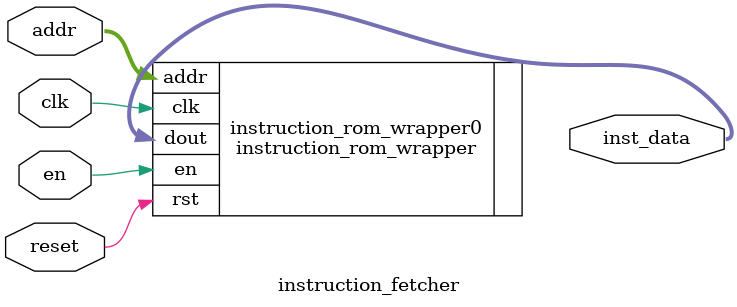
<source format=v>
`timescale 1ns / 1ps

module instruction_fetcher(
			    input	  clk,
			    input	  en,
			    input	  reset,
			    input [31:0]  addr,
			    output [31:0] inst_data);

   instruction_rom_wrapper instruction_rom_wrapper0(.clk(clk),
						    .en(en),
						    .rst(reset),
						    .addr(addr),
						    .dout(inst_data));
endmodule

</source>
